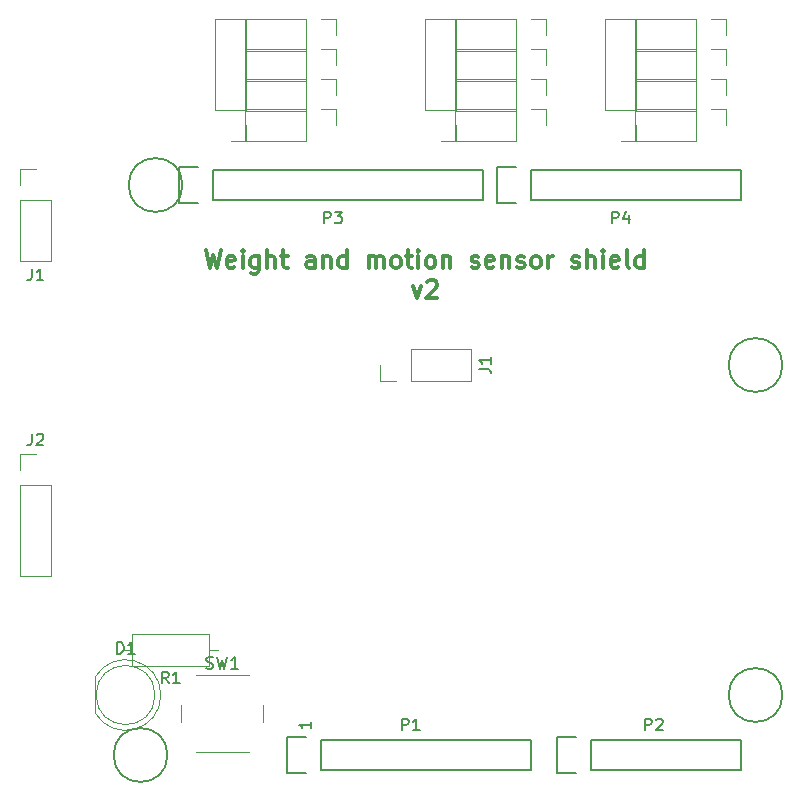
<source format=gto>
G04 #@! TF.GenerationSoftware,KiCad,Pcbnew,5.0.2+dfsg1-1*
G04 #@! TF.CreationDate,2019-07-23T01:47:13-07:00*
G04 #@! TF.ProjectId,WeightAndMotionSensorShield,57656967-6874-4416-9e64-4d6f74696f6e,v01*
G04 #@! TF.SameCoordinates,Original*
G04 #@! TF.FileFunction,Legend,Top*
G04 #@! TF.FilePolarity,Positive*
%FSLAX46Y46*%
G04 Gerber Fmt 4.6, Leading zero omitted, Abs format (unit mm)*
G04 Created by KiCad (PCBNEW 5.0.2+dfsg1-1) date Tue 23 Jul 2019 01:47:13 AM PDT*
%MOMM*%
%LPD*%
G01*
G04 APERTURE LIST*
%ADD10C,0.300000*%
%ADD11C,0.150000*%
%ADD12C,0.120000*%
G04 APERTURE END LIST*
D10*
X130490857Y-81088571D02*
X130847999Y-82588571D01*
X131133714Y-81517142D01*
X131419428Y-82588571D01*
X131776571Y-81088571D01*
X132919428Y-82517142D02*
X132776571Y-82588571D01*
X132490857Y-82588571D01*
X132347999Y-82517142D01*
X132276571Y-82374285D01*
X132276571Y-81802857D01*
X132347999Y-81660000D01*
X132490857Y-81588571D01*
X132776571Y-81588571D01*
X132919428Y-81660000D01*
X132990857Y-81802857D01*
X132990857Y-81945714D01*
X132276571Y-82088571D01*
X133633714Y-82588571D02*
X133633714Y-81588571D01*
X133633714Y-81088571D02*
X133562285Y-81160000D01*
X133633714Y-81231428D01*
X133705142Y-81160000D01*
X133633714Y-81088571D01*
X133633714Y-81231428D01*
X134990857Y-81588571D02*
X134990857Y-82802857D01*
X134919428Y-82945714D01*
X134848000Y-83017142D01*
X134705142Y-83088571D01*
X134490857Y-83088571D01*
X134348000Y-83017142D01*
X134990857Y-82517142D02*
X134848000Y-82588571D01*
X134562285Y-82588571D01*
X134419428Y-82517142D01*
X134348000Y-82445714D01*
X134276571Y-82302857D01*
X134276571Y-81874285D01*
X134348000Y-81731428D01*
X134419428Y-81660000D01*
X134562285Y-81588571D01*
X134848000Y-81588571D01*
X134990857Y-81660000D01*
X135705142Y-82588571D02*
X135705142Y-81088571D01*
X136348000Y-82588571D02*
X136348000Y-81802857D01*
X136276571Y-81660000D01*
X136133714Y-81588571D01*
X135919428Y-81588571D01*
X135776571Y-81660000D01*
X135705142Y-81731428D01*
X136848000Y-81588571D02*
X137419428Y-81588571D01*
X137062285Y-81088571D02*
X137062285Y-82374285D01*
X137133714Y-82517142D01*
X137276571Y-82588571D01*
X137419428Y-82588571D01*
X139705142Y-82588571D02*
X139705142Y-81802857D01*
X139633714Y-81660000D01*
X139490857Y-81588571D01*
X139205142Y-81588571D01*
X139062285Y-81660000D01*
X139705142Y-82517142D02*
X139562285Y-82588571D01*
X139205142Y-82588571D01*
X139062285Y-82517142D01*
X138990857Y-82374285D01*
X138990857Y-82231428D01*
X139062285Y-82088571D01*
X139205142Y-82017142D01*
X139562285Y-82017142D01*
X139705142Y-81945714D01*
X140419428Y-81588571D02*
X140419428Y-82588571D01*
X140419428Y-81731428D02*
X140490857Y-81660000D01*
X140633714Y-81588571D01*
X140848000Y-81588571D01*
X140990857Y-81660000D01*
X141062285Y-81802857D01*
X141062285Y-82588571D01*
X142419428Y-82588571D02*
X142419428Y-81088571D01*
X142419428Y-82517142D02*
X142276571Y-82588571D01*
X141990857Y-82588571D01*
X141848000Y-82517142D01*
X141776571Y-82445714D01*
X141705142Y-82302857D01*
X141705142Y-81874285D01*
X141776571Y-81731428D01*
X141848000Y-81660000D01*
X141990857Y-81588571D01*
X142276571Y-81588571D01*
X142419428Y-81660000D01*
X144276571Y-82588571D02*
X144276571Y-81588571D01*
X144276571Y-81731428D02*
X144348000Y-81660000D01*
X144490857Y-81588571D01*
X144705142Y-81588571D01*
X144848000Y-81660000D01*
X144919428Y-81802857D01*
X144919428Y-82588571D01*
X144919428Y-81802857D02*
X144990857Y-81660000D01*
X145133714Y-81588571D01*
X145348000Y-81588571D01*
X145490857Y-81660000D01*
X145562285Y-81802857D01*
X145562285Y-82588571D01*
X146490857Y-82588571D02*
X146348000Y-82517142D01*
X146276571Y-82445714D01*
X146205142Y-82302857D01*
X146205142Y-81874285D01*
X146276571Y-81731428D01*
X146348000Y-81660000D01*
X146490857Y-81588571D01*
X146705142Y-81588571D01*
X146848000Y-81660000D01*
X146919428Y-81731428D01*
X146990857Y-81874285D01*
X146990857Y-82302857D01*
X146919428Y-82445714D01*
X146848000Y-82517142D01*
X146705142Y-82588571D01*
X146490857Y-82588571D01*
X147419428Y-81588571D02*
X147990857Y-81588571D01*
X147633714Y-81088571D02*
X147633714Y-82374285D01*
X147705142Y-82517142D01*
X147848000Y-82588571D01*
X147990857Y-82588571D01*
X148490857Y-82588571D02*
X148490857Y-81588571D01*
X148490857Y-81088571D02*
X148419428Y-81160000D01*
X148490857Y-81231428D01*
X148562285Y-81160000D01*
X148490857Y-81088571D01*
X148490857Y-81231428D01*
X149419428Y-82588571D02*
X149276571Y-82517142D01*
X149205142Y-82445714D01*
X149133714Y-82302857D01*
X149133714Y-81874285D01*
X149205142Y-81731428D01*
X149276571Y-81660000D01*
X149419428Y-81588571D01*
X149633714Y-81588571D01*
X149776571Y-81660000D01*
X149848000Y-81731428D01*
X149919428Y-81874285D01*
X149919428Y-82302857D01*
X149848000Y-82445714D01*
X149776571Y-82517142D01*
X149633714Y-82588571D01*
X149419428Y-82588571D01*
X150562285Y-81588571D02*
X150562285Y-82588571D01*
X150562285Y-81731428D02*
X150633714Y-81660000D01*
X150776571Y-81588571D01*
X150990857Y-81588571D01*
X151133714Y-81660000D01*
X151205142Y-81802857D01*
X151205142Y-82588571D01*
X152990857Y-82517142D02*
X153133714Y-82588571D01*
X153419428Y-82588571D01*
X153562285Y-82517142D01*
X153633714Y-82374285D01*
X153633714Y-82302857D01*
X153562285Y-82160000D01*
X153419428Y-82088571D01*
X153205142Y-82088571D01*
X153062285Y-82017142D01*
X152990857Y-81874285D01*
X152990857Y-81802857D01*
X153062285Y-81660000D01*
X153205142Y-81588571D01*
X153419428Y-81588571D01*
X153562285Y-81660000D01*
X154848000Y-82517142D02*
X154705142Y-82588571D01*
X154419428Y-82588571D01*
X154276571Y-82517142D01*
X154205142Y-82374285D01*
X154205142Y-81802857D01*
X154276571Y-81660000D01*
X154419428Y-81588571D01*
X154705142Y-81588571D01*
X154848000Y-81660000D01*
X154919428Y-81802857D01*
X154919428Y-81945714D01*
X154205142Y-82088571D01*
X155562285Y-81588571D02*
X155562285Y-82588571D01*
X155562285Y-81731428D02*
X155633714Y-81660000D01*
X155776571Y-81588571D01*
X155990857Y-81588571D01*
X156133714Y-81660000D01*
X156205142Y-81802857D01*
X156205142Y-82588571D01*
X156848000Y-82517142D02*
X156990857Y-82588571D01*
X157276571Y-82588571D01*
X157419428Y-82517142D01*
X157490857Y-82374285D01*
X157490857Y-82302857D01*
X157419428Y-82160000D01*
X157276571Y-82088571D01*
X157062285Y-82088571D01*
X156919428Y-82017142D01*
X156848000Y-81874285D01*
X156848000Y-81802857D01*
X156919428Y-81660000D01*
X157062285Y-81588571D01*
X157276571Y-81588571D01*
X157419428Y-81660000D01*
X158348000Y-82588571D02*
X158205142Y-82517142D01*
X158133714Y-82445714D01*
X158062285Y-82302857D01*
X158062285Y-81874285D01*
X158133714Y-81731428D01*
X158205142Y-81660000D01*
X158348000Y-81588571D01*
X158562285Y-81588571D01*
X158705142Y-81660000D01*
X158776571Y-81731428D01*
X158848000Y-81874285D01*
X158848000Y-82302857D01*
X158776571Y-82445714D01*
X158705142Y-82517142D01*
X158562285Y-82588571D01*
X158348000Y-82588571D01*
X159490857Y-82588571D02*
X159490857Y-81588571D01*
X159490857Y-81874285D02*
X159562285Y-81731428D01*
X159633714Y-81660000D01*
X159776571Y-81588571D01*
X159919428Y-81588571D01*
X161490857Y-82517142D02*
X161633714Y-82588571D01*
X161919428Y-82588571D01*
X162062285Y-82517142D01*
X162133714Y-82374285D01*
X162133714Y-82302857D01*
X162062285Y-82160000D01*
X161919428Y-82088571D01*
X161705142Y-82088571D01*
X161562285Y-82017142D01*
X161490857Y-81874285D01*
X161490857Y-81802857D01*
X161562285Y-81660000D01*
X161705142Y-81588571D01*
X161919428Y-81588571D01*
X162062285Y-81660000D01*
X162776571Y-82588571D02*
X162776571Y-81088571D01*
X163419428Y-82588571D02*
X163419428Y-81802857D01*
X163348000Y-81660000D01*
X163205142Y-81588571D01*
X162990857Y-81588571D01*
X162848000Y-81660000D01*
X162776571Y-81731428D01*
X164133714Y-82588571D02*
X164133714Y-81588571D01*
X164133714Y-81088571D02*
X164062285Y-81160000D01*
X164133714Y-81231428D01*
X164205142Y-81160000D01*
X164133714Y-81088571D01*
X164133714Y-81231428D01*
X165419428Y-82517142D02*
X165276571Y-82588571D01*
X164990857Y-82588571D01*
X164848000Y-82517142D01*
X164776571Y-82374285D01*
X164776571Y-81802857D01*
X164848000Y-81660000D01*
X164990857Y-81588571D01*
X165276571Y-81588571D01*
X165419428Y-81660000D01*
X165490857Y-81802857D01*
X165490857Y-81945714D01*
X164776571Y-82088571D01*
X166348000Y-82588571D02*
X166205142Y-82517142D01*
X166133714Y-82374285D01*
X166133714Y-81088571D01*
X167562285Y-82588571D02*
X167562285Y-81088571D01*
X167562285Y-82517142D02*
X167419428Y-82588571D01*
X167133714Y-82588571D01*
X166990857Y-82517142D01*
X166919428Y-82445714D01*
X166848000Y-82302857D01*
X166848000Y-81874285D01*
X166919428Y-81731428D01*
X166990857Y-81660000D01*
X167133714Y-81588571D01*
X167419428Y-81588571D01*
X167562285Y-81660000D01*
X148026571Y-84138571D02*
X148383714Y-85138571D01*
X148740857Y-84138571D01*
X149240857Y-83781428D02*
X149312285Y-83710000D01*
X149455142Y-83638571D01*
X149812285Y-83638571D01*
X149955142Y-83710000D01*
X150026571Y-83781428D01*
X150098000Y-83924285D01*
X150098000Y-84067142D01*
X150026571Y-84281428D01*
X149169428Y-85138571D01*
X150098000Y-85138571D01*
D11*
X139390380Y-120999285D02*
X139390380Y-121570714D01*
X139390380Y-121285000D02*
X138390380Y-121285000D01*
X138533238Y-121380238D01*
X138628476Y-121475476D01*
X138676095Y-121570714D01*
D12*
G04 #@! TO.C,J4*
X141538000Y-64075000D02*
X141538000Y-65405000D01*
X140208000Y-64075000D02*
X141538000Y-64075000D01*
X138938000Y-64075000D02*
X138938000Y-66735000D01*
X138938000Y-66735000D02*
X133798000Y-66735000D01*
X138938000Y-64075000D02*
X133798000Y-64075000D01*
X133798000Y-64075000D02*
X133798000Y-66735000D01*
G04 #@! TO.C,J5*
X133918000Y-61535000D02*
X131258000Y-61535000D01*
X133918000Y-69215000D02*
X133918000Y-61535000D01*
X131258000Y-69215000D02*
X131258000Y-61535000D01*
X133918000Y-69215000D02*
X131258000Y-69215000D01*
X133918000Y-70485000D02*
X133918000Y-71815000D01*
X133918000Y-71815000D02*
X132588000Y-71815000D01*
G04 #@! TO.C,J7*
X141538000Y-61535000D02*
X141538000Y-62865000D01*
X140208000Y-61535000D02*
X141538000Y-61535000D01*
X138938000Y-61535000D02*
X138938000Y-64195000D01*
X138938000Y-64195000D02*
X133798000Y-64195000D01*
X138938000Y-61535000D02*
X133798000Y-61535000D01*
X133798000Y-61535000D02*
X133798000Y-64195000D01*
G04 #@! TO.C,J6*
X133798000Y-66615000D02*
X133798000Y-69275000D01*
X138938000Y-66615000D02*
X133798000Y-66615000D01*
X138938000Y-69275000D02*
X133798000Y-69275000D01*
X138938000Y-66615000D02*
X138938000Y-69275000D01*
X140208000Y-66615000D02*
X141538000Y-66615000D01*
X141538000Y-66615000D02*
X141538000Y-67945000D01*
G04 #@! TO.C,J3*
X141538000Y-69155000D02*
X141538000Y-70485000D01*
X140208000Y-69155000D02*
X141538000Y-69155000D01*
X138938000Y-69155000D02*
X138938000Y-71815000D01*
X138938000Y-71815000D02*
X133798000Y-71815000D01*
X138938000Y-69155000D02*
X133798000Y-69155000D01*
X133798000Y-69155000D02*
X133798000Y-71815000D01*
X151578000Y-69155000D02*
X151578000Y-71815000D01*
X156718000Y-69155000D02*
X151578000Y-69155000D01*
X156718000Y-71815000D02*
X151578000Y-71815000D01*
X156718000Y-69155000D02*
X156718000Y-71815000D01*
X157988000Y-69155000D02*
X159318000Y-69155000D01*
X159318000Y-69155000D02*
X159318000Y-70485000D01*
G04 #@! TO.C,J4*
X151578000Y-64075000D02*
X151578000Y-66735000D01*
X156718000Y-64075000D02*
X151578000Y-64075000D01*
X156718000Y-66735000D02*
X151578000Y-66735000D01*
X156718000Y-64075000D02*
X156718000Y-66735000D01*
X157988000Y-64075000D02*
X159318000Y-64075000D01*
X159318000Y-64075000D02*
X159318000Y-65405000D01*
G04 #@! TO.C,J7*
X151578000Y-61535000D02*
X151578000Y-64195000D01*
X156718000Y-61535000D02*
X151578000Y-61535000D01*
X156718000Y-64195000D02*
X151578000Y-64195000D01*
X156718000Y-61535000D02*
X156718000Y-64195000D01*
X157988000Y-61535000D02*
X159318000Y-61535000D01*
X159318000Y-61535000D02*
X159318000Y-62865000D01*
G04 #@! TO.C,J6*
X159318000Y-66615000D02*
X159318000Y-67945000D01*
X157988000Y-66615000D02*
X159318000Y-66615000D01*
X156718000Y-66615000D02*
X156718000Y-69275000D01*
X156718000Y-69275000D02*
X151578000Y-69275000D01*
X156718000Y-66615000D02*
X151578000Y-66615000D01*
X151578000Y-66615000D02*
X151578000Y-69275000D01*
G04 #@! TO.C,J5*
X151698000Y-71815000D02*
X150368000Y-71815000D01*
X151698000Y-70485000D02*
X151698000Y-71815000D01*
X151698000Y-69215000D02*
X149038000Y-69215000D01*
X149038000Y-69215000D02*
X149038000Y-61535000D01*
X151698000Y-69215000D02*
X151698000Y-61535000D01*
X151698000Y-61535000D02*
X149038000Y-61535000D01*
G04 #@! TO.C,J1*
X145228000Y-92135000D02*
X145228000Y-90805000D01*
X146558000Y-92135000D02*
X145228000Y-92135000D01*
X147828000Y-92135000D02*
X147828000Y-89475000D01*
X147828000Y-89475000D02*
X152968000Y-89475000D01*
X147828000Y-92135000D02*
X152968000Y-92135000D01*
X152968000Y-92135000D02*
X152968000Y-89475000D01*
D11*
G04 #@! TO.C,P1*
X140208000Y-125095000D02*
X157988000Y-125095000D01*
X157988000Y-125095000D02*
X157988000Y-122555000D01*
X157988000Y-122555000D02*
X140208000Y-122555000D01*
X137388000Y-125375000D02*
X138938000Y-125375000D01*
X140208000Y-125095000D02*
X140208000Y-122555000D01*
X138938000Y-122275000D02*
X137388000Y-122275000D01*
X137388000Y-122275000D02*
X137388000Y-125375000D01*
G04 #@! TO.C,P2*
X163068000Y-125095000D02*
X175768000Y-125095000D01*
X175768000Y-125095000D02*
X175768000Y-122555000D01*
X175768000Y-122555000D02*
X163068000Y-122555000D01*
X160248000Y-125375000D02*
X161798000Y-125375000D01*
X163068000Y-125095000D02*
X163068000Y-122555000D01*
X161798000Y-122275000D02*
X160248000Y-122275000D01*
X160248000Y-122275000D02*
X160248000Y-125375000D01*
G04 #@! TO.C,P3*
X131064000Y-76835000D02*
X153924000Y-76835000D01*
X153924000Y-76835000D02*
X153924000Y-74295000D01*
X153924000Y-74295000D02*
X131064000Y-74295000D01*
X128244000Y-77115000D02*
X129794000Y-77115000D01*
X131064000Y-76835000D02*
X131064000Y-74295000D01*
X129794000Y-74015000D02*
X128244000Y-74015000D01*
X128244000Y-74015000D02*
X128244000Y-77115000D01*
G04 #@! TO.C,P4*
X157988000Y-76835000D02*
X175768000Y-76835000D01*
X175768000Y-76835000D02*
X175768000Y-74295000D01*
X175768000Y-74295000D02*
X157988000Y-74295000D01*
X155168000Y-77115000D02*
X156718000Y-77115000D01*
X157988000Y-76835000D02*
X157988000Y-74295000D01*
X156718000Y-74015000D02*
X155168000Y-74015000D01*
X155168000Y-74015000D02*
X155168000Y-77115000D01*
G04 #@! TO.C,P5*
X127254000Y-123825000D02*
G75*
G03X127254000Y-123825000I-2286000J0D01*
G01*
G04 #@! TO.C,P6*
X179324000Y-118745000D02*
G75*
G03X179324000Y-118745000I-2286000J0D01*
G01*
G04 #@! TO.C,P7*
X128524000Y-75565000D02*
G75*
G03X128524000Y-75565000I-2286000J0D01*
G01*
G04 #@! TO.C,P8*
X179324000Y-90805000D02*
G75*
G03X179324000Y-90805000I-2286000J0D01*
G01*
D12*
G04 #@! TO.C,J1*
X114748000Y-81975000D02*
X117408000Y-81975000D01*
X114748000Y-76835000D02*
X114748000Y-81975000D01*
X117408000Y-76835000D02*
X117408000Y-81975000D01*
X114748000Y-76835000D02*
X117408000Y-76835000D01*
X114748000Y-75565000D02*
X114748000Y-74235000D01*
X114748000Y-74235000D02*
X116078000Y-74235000D01*
G04 #@! TO.C,J2*
X114748000Y-108645000D02*
X117408000Y-108645000D01*
X114748000Y-100965000D02*
X114748000Y-108645000D01*
X117408000Y-100965000D02*
X117408000Y-108645000D01*
X114748000Y-100965000D02*
X117408000Y-100965000D01*
X114748000Y-99695000D02*
X114748000Y-98365000D01*
X114748000Y-98365000D02*
X116078000Y-98365000D01*
G04 #@! TO.C,D1*
X126688000Y-118745462D02*
G75*
G03X121138000Y-117200170I-2990000J462D01*
G01*
X126688000Y-118744538D02*
G75*
G02X121138000Y-120289830I-2990000J-462D01*
G01*
X126198000Y-118745000D02*
G75*
G03X126198000Y-118745000I-2500000J0D01*
G01*
X121138000Y-117200000D02*
X121138000Y-120290000D01*
G04 #@! TO.C,J3*
X174558000Y-69155000D02*
X174558000Y-70485000D01*
X173228000Y-69155000D02*
X174558000Y-69155000D01*
X171958000Y-69155000D02*
X171958000Y-71815000D01*
X171958000Y-71815000D02*
X166818000Y-71815000D01*
X171958000Y-69155000D02*
X166818000Y-69155000D01*
X166818000Y-69155000D02*
X166818000Y-71815000D01*
G04 #@! TO.C,J4*
X174558000Y-64075000D02*
X174558000Y-65405000D01*
X173228000Y-64075000D02*
X174558000Y-64075000D01*
X171958000Y-64075000D02*
X171958000Y-66735000D01*
X171958000Y-66735000D02*
X166818000Y-66735000D01*
X171958000Y-64075000D02*
X166818000Y-64075000D01*
X166818000Y-64075000D02*
X166818000Y-66735000D01*
G04 #@! TO.C,J5*
X166938000Y-61535000D02*
X164278000Y-61535000D01*
X166938000Y-69215000D02*
X166938000Y-61535000D01*
X164278000Y-69215000D02*
X164278000Y-61535000D01*
X166938000Y-69215000D02*
X164278000Y-69215000D01*
X166938000Y-70485000D02*
X166938000Y-71815000D01*
X166938000Y-71815000D02*
X165608000Y-71815000D01*
G04 #@! TO.C,J6*
X166818000Y-66615000D02*
X166818000Y-69275000D01*
X171958000Y-66615000D02*
X166818000Y-66615000D01*
X171958000Y-69275000D02*
X166818000Y-69275000D01*
X171958000Y-66615000D02*
X171958000Y-69275000D01*
X173228000Y-66615000D02*
X174558000Y-66615000D01*
X174558000Y-66615000D02*
X174558000Y-67945000D01*
G04 #@! TO.C,J7*
X174558000Y-61535000D02*
X174558000Y-62865000D01*
X173228000Y-61535000D02*
X174558000Y-61535000D01*
X171958000Y-61535000D02*
X171958000Y-64195000D01*
X171958000Y-64195000D02*
X166818000Y-64195000D01*
X171958000Y-61535000D02*
X166818000Y-61535000D01*
X166818000Y-61535000D02*
X166818000Y-64195000D01*
G04 #@! TO.C,SW1*
X129628000Y-123555000D02*
X134128000Y-123555000D01*
X128378000Y-119555000D02*
X128378000Y-121055000D01*
X134128000Y-117055000D02*
X129628000Y-117055000D01*
X135378000Y-121055000D02*
X135378000Y-119555000D01*
G04 #@! TO.C,R1*
X130778000Y-116305000D02*
X130778000Y-113565000D01*
X130778000Y-113565000D02*
X124238000Y-113565000D01*
X124238000Y-113565000D02*
X124238000Y-116305000D01*
X124238000Y-116305000D02*
X130778000Y-116305000D01*
X131548000Y-114935000D02*
X130778000Y-114935000D01*
X123468000Y-114935000D02*
X124238000Y-114935000D01*
G04 #@! TO.C,J1*
D11*
X153630380Y-91138333D02*
X154344666Y-91138333D01*
X154487523Y-91185952D01*
X154582761Y-91281190D01*
X154630380Y-91424047D01*
X154630380Y-91519285D01*
X154630380Y-90138333D02*
X154630380Y-90709761D01*
X154630380Y-90424047D02*
X153630380Y-90424047D01*
X153773238Y-90519285D01*
X153868476Y-90614523D01*
X153916095Y-90709761D01*
G04 #@! TO.C,P1*
X147089904Y-121737380D02*
X147089904Y-120737380D01*
X147470857Y-120737380D01*
X147566095Y-120785000D01*
X147613714Y-120832619D01*
X147661333Y-120927857D01*
X147661333Y-121070714D01*
X147613714Y-121165952D01*
X147566095Y-121213571D01*
X147470857Y-121261190D01*
X147089904Y-121261190D01*
X148613714Y-121737380D02*
X148042285Y-121737380D01*
X148328000Y-121737380D02*
X148328000Y-120737380D01*
X148232761Y-120880238D01*
X148137523Y-120975476D01*
X148042285Y-121023095D01*
G04 #@! TO.C,P2*
X167663904Y-121737380D02*
X167663904Y-120737380D01*
X168044857Y-120737380D01*
X168140095Y-120785000D01*
X168187714Y-120832619D01*
X168235333Y-120927857D01*
X168235333Y-121070714D01*
X168187714Y-121165952D01*
X168140095Y-121213571D01*
X168044857Y-121261190D01*
X167663904Y-121261190D01*
X168616285Y-120832619D02*
X168663904Y-120785000D01*
X168759142Y-120737380D01*
X168997238Y-120737380D01*
X169092476Y-120785000D01*
X169140095Y-120832619D01*
X169187714Y-120927857D01*
X169187714Y-121023095D01*
X169140095Y-121165952D01*
X168568666Y-121737380D01*
X169187714Y-121737380D01*
G04 #@! TO.C,P3*
X140485904Y-78811380D02*
X140485904Y-77811380D01*
X140866857Y-77811380D01*
X140962095Y-77859000D01*
X141009714Y-77906619D01*
X141057333Y-78001857D01*
X141057333Y-78144714D01*
X141009714Y-78239952D01*
X140962095Y-78287571D01*
X140866857Y-78335190D01*
X140485904Y-78335190D01*
X141390666Y-77811380D02*
X142009714Y-77811380D01*
X141676380Y-78192333D01*
X141819238Y-78192333D01*
X141914476Y-78239952D01*
X141962095Y-78287571D01*
X142009714Y-78382809D01*
X142009714Y-78620904D01*
X141962095Y-78716142D01*
X141914476Y-78763761D01*
X141819238Y-78811380D01*
X141533523Y-78811380D01*
X141438285Y-78763761D01*
X141390666Y-78716142D01*
G04 #@! TO.C,P4*
X164869904Y-78811380D02*
X164869904Y-77811380D01*
X165250857Y-77811380D01*
X165346095Y-77859000D01*
X165393714Y-77906619D01*
X165441333Y-78001857D01*
X165441333Y-78144714D01*
X165393714Y-78239952D01*
X165346095Y-78287571D01*
X165250857Y-78335190D01*
X164869904Y-78335190D01*
X166298476Y-78144714D02*
X166298476Y-78811380D01*
X166060380Y-77763761D02*
X165822285Y-78478047D01*
X166441333Y-78478047D01*
G04 #@! TO.C,J1*
X115744666Y-82637380D02*
X115744666Y-83351666D01*
X115697047Y-83494523D01*
X115601809Y-83589761D01*
X115458952Y-83637380D01*
X115363714Y-83637380D01*
X116744666Y-83637380D02*
X116173238Y-83637380D01*
X116458952Y-83637380D02*
X116458952Y-82637380D01*
X116363714Y-82780238D01*
X116268476Y-82875476D01*
X116173238Y-82923095D01*
G04 #@! TO.C,J2*
X115744666Y-96607380D02*
X115744666Y-97321666D01*
X115697047Y-97464523D01*
X115601809Y-97559761D01*
X115458952Y-97607380D01*
X115363714Y-97607380D01*
X116173238Y-96702619D02*
X116220857Y-96655000D01*
X116316095Y-96607380D01*
X116554190Y-96607380D01*
X116649428Y-96655000D01*
X116697047Y-96702619D01*
X116744666Y-96797857D01*
X116744666Y-96893095D01*
X116697047Y-97035952D01*
X116125619Y-97607380D01*
X116744666Y-97607380D01*
G04 #@! TO.C,D1*
X122959904Y-115237380D02*
X122959904Y-114237380D01*
X123198000Y-114237380D01*
X123340857Y-114285000D01*
X123436095Y-114380238D01*
X123483714Y-114475476D01*
X123531333Y-114665952D01*
X123531333Y-114808809D01*
X123483714Y-114999285D01*
X123436095Y-115094523D01*
X123340857Y-115189761D01*
X123198000Y-115237380D01*
X122959904Y-115237380D01*
X124483714Y-115237380D02*
X123912285Y-115237380D01*
X124198000Y-115237380D02*
X124198000Y-114237380D01*
X124102761Y-114380238D01*
X124007523Y-114475476D01*
X123912285Y-114523095D01*
G04 #@! TO.C,SW1*
X130544666Y-116459761D02*
X130687523Y-116507380D01*
X130925619Y-116507380D01*
X131020857Y-116459761D01*
X131068476Y-116412142D01*
X131116095Y-116316904D01*
X131116095Y-116221666D01*
X131068476Y-116126428D01*
X131020857Y-116078809D01*
X130925619Y-116031190D01*
X130735142Y-115983571D01*
X130639904Y-115935952D01*
X130592285Y-115888333D01*
X130544666Y-115793095D01*
X130544666Y-115697857D01*
X130592285Y-115602619D01*
X130639904Y-115555000D01*
X130735142Y-115507380D01*
X130973238Y-115507380D01*
X131116095Y-115555000D01*
X131449428Y-115507380D02*
X131687523Y-116507380D01*
X131878000Y-115793095D01*
X132068476Y-116507380D01*
X132306571Y-115507380D01*
X133211333Y-116507380D02*
X132639904Y-116507380D01*
X132925619Y-116507380D02*
X132925619Y-115507380D01*
X132830380Y-115650238D01*
X132735142Y-115745476D01*
X132639904Y-115793095D01*
G04 #@! TO.C,R1*
X127341333Y-117757380D02*
X127008000Y-117281190D01*
X126769904Y-117757380D02*
X126769904Y-116757380D01*
X127150857Y-116757380D01*
X127246095Y-116805000D01*
X127293714Y-116852619D01*
X127341333Y-116947857D01*
X127341333Y-117090714D01*
X127293714Y-117185952D01*
X127246095Y-117233571D01*
X127150857Y-117281190D01*
X126769904Y-117281190D01*
X128293714Y-117757380D02*
X127722285Y-117757380D01*
X128008000Y-117757380D02*
X128008000Y-116757380D01*
X127912761Y-116900238D01*
X127817523Y-116995476D01*
X127722285Y-117043095D01*
G04 #@! TD*
M02*

</source>
